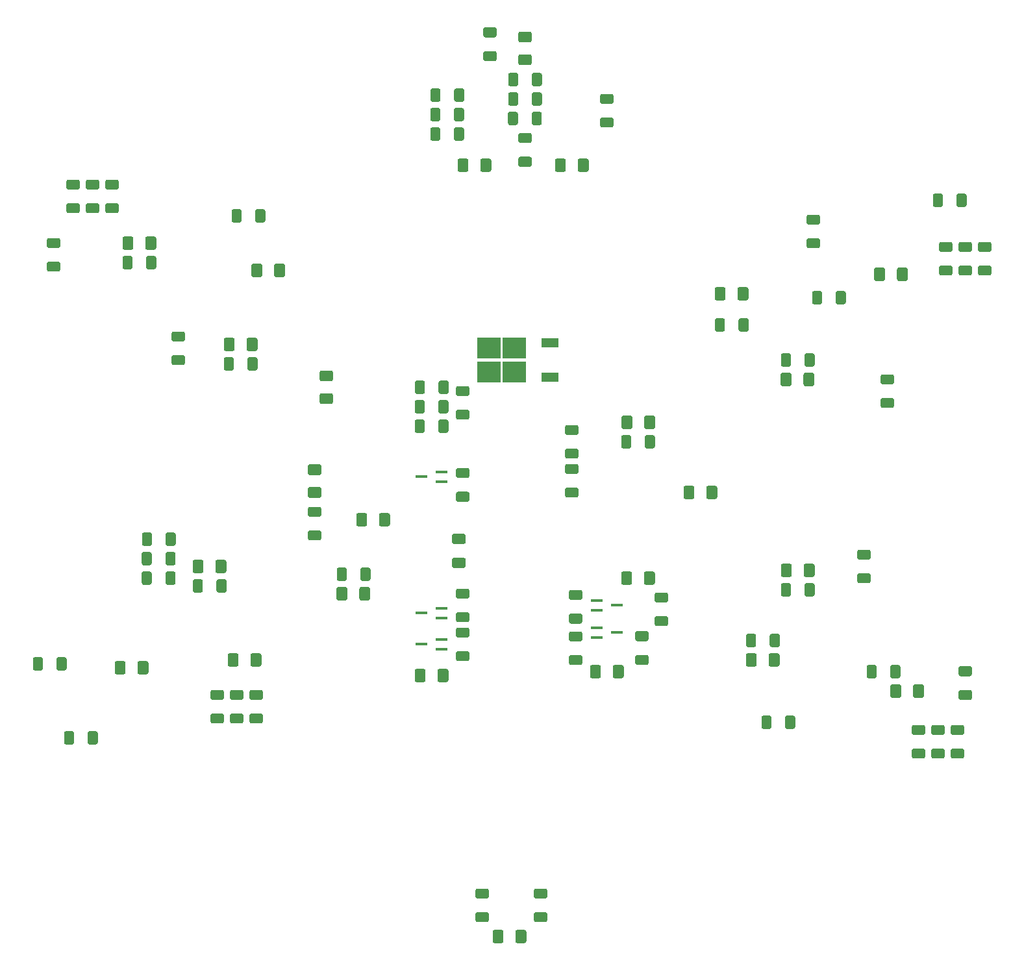
<source format=gbr>
%TF.GenerationSoftware,KiCad,Pcbnew,(5.1.9)-1*%
%TF.CreationDate,2021-12-13T22:42:43-05:00*%
%TF.ProjectId,Ornament,4f726e61-6d65-46e7-942e-6b696361645f,rev?*%
%TF.SameCoordinates,Original*%
%TF.FileFunction,Paste,Top*%
%TF.FilePolarity,Positive*%
%FSLAX46Y46*%
G04 Gerber Fmt 4.6, Leading zero omitted, Abs format (unit mm)*
G04 Created by KiCad (PCBNEW (5.1.9)-1) date 2021-12-13 22:42:43*
%MOMM*%
%LPD*%
G01*
G04 APERTURE LIST*
%ADD10R,1.500000X0.450000*%
%ADD11R,3.050000X2.750000*%
%ADD12R,2.200000X1.200000*%
G04 APERTURE END LIST*
D10*
%TO.C,Q3*%
X133410000Y-117998000D03*
X133410000Y-116698000D03*
X130750000Y-117348000D03*
%TD*%
%TO.C,R45*%
G36*
G01*
X145172000Y-50917000D02*
X145172000Y-49667000D01*
G75*
G02*
X145422000Y-49417000I250000J0D01*
G01*
X146222000Y-49417000D01*
G75*
G02*
X146472000Y-49667000I0J-250000D01*
G01*
X146472000Y-50917000D01*
G75*
G02*
X146222000Y-51167000I-250000J0D01*
G01*
X145422000Y-51167000D01*
G75*
G02*
X145172000Y-50917000I0J250000D01*
G01*
G37*
G36*
G01*
X142072000Y-50917000D02*
X142072000Y-49667000D01*
G75*
G02*
X142322000Y-49417000I250000J0D01*
G01*
X143122000Y-49417000D01*
G75*
G02*
X143372000Y-49667000I0J-250000D01*
G01*
X143372000Y-50917000D01*
G75*
G02*
X143122000Y-51167000I-250000J0D01*
G01*
X142322000Y-51167000D01*
G75*
G02*
X142072000Y-50917000I0J250000D01*
G01*
G37*
%TD*%
%TO.C,R68*%
G36*
G01*
X150251000Y-122820000D02*
X151501000Y-122820000D01*
G75*
G02*
X151751000Y-123070000I0J-250000D01*
G01*
X151751000Y-123870000D01*
G75*
G02*
X151501000Y-124120000I-250000J0D01*
G01*
X150251000Y-124120000D01*
G75*
G02*
X150001000Y-123870000I0J250000D01*
G01*
X150001000Y-123070000D01*
G75*
G02*
X150251000Y-122820000I250000J0D01*
G01*
G37*
G36*
G01*
X150251000Y-119720000D02*
X151501000Y-119720000D01*
G75*
G02*
X151751000Y-119970000I0J-250000D01*
G01*
X151751000Y-120770000D01*
G75*
G02*
X151501000Y-121020000I-250000J0D01*
G01*
X150251000Y-121020000D01*
G75*
G02*
X150001000Y-120770000I0J250000D01*
G01*
X150001000Y-119970000D01*
G75*
G02*
X150251000Y-119720000I250000J0D01*
G01*
G37*
%TD*%
%TO.C,R67*%
G36*
G01*
X136769000Y-120512000D02*
X135519000Y-120512000D01*
G75*
G02*
X135269000Y-120262000I0J250000D01*
G01*
X135269000Y-119462000D01*
G75*
G02*
X135519000Y-119212000I250000J0D01*
G01*
X136769000Y-119212000D01*
G75*
G02*
X137019000Y-119462000I0J-250000D01*
G01*
X137019000Y-120262000D01*
G75*
G02*
X136769000Y-120512000I-250000J0D01*
G01*
G37*
G36*
G01*
X136769000Y-123612000D02*
X135519000Y-123612000D01*
G75*
G02*
X135269000Y-123362000I0J250000D01*
G01*
X135269000Y-122562000D01*
G75*
G02*
X135519000Y-122312000I250000J0D01*
G01*
X136769000Y-122312000D01*
G75*
G02*
X137019000Y-122562000I0J-250000D01*
G01*
X137019000Y-123362000D01*
G75*
G02*
X136769000Y-123612000I-250000J0D01*
G01*
G37*
%TD*%
%TO.C,R66*%
G36*
G01*
X136769000Y-115432000D02*
X135519000Y-115432000D01*
G75*
G02*
X135269000Y-115182000I0J250000D01*
G01*
X135269000Y-114382000D01*
G75*
G02*
X135519000Y-114132000I250000J0D01*
G01*
X136769000Y-114132000D01*
G75*
G02*
X137019000Y-114382000I0J-250000D01*
G01*
X137019000Y-115182000D01*
G75*
G02*
X136769000Y-115432000I-250000J0D01*
G01*
G37*
G36*
G01*
X136769000Y-118532000D02*
X135519000Y-118532000D01*
G75*
G02*
X135269000Y-118282000I0J250000D01*
G01*
X135269000Y-117482000D01*
G75*
G02*
X135519000Y-117232000I250000J0D01*
G01*
X136769000Y-117232000D01*
G75*
G02*
X137019000Y-117482000I0J-250000D01*
G01*
X137019000Y-118282000D01*
G75*
G02*
X136769000Y-118532000I-250000J0D01*
G01*
G37*
%TD*%
%TO.C,R65*%
G36*
G01*
X150251000Y-117408000D02*
X151501000Y-117408000D01*
G75*
G02*
X151751000Y-117658000I0J-250000D01*
G01*
X151751000Y-118458000D01*
G75*
G02*
X151501000Y-118708000I-250000J0D01*
G01*
X150251000Y-118708000D01*
G75*
G02*
X150001000Y-118458000I0J250000D01*
G01*
X150001000Y-117658000D01*
G75*
G02*
X150251000Y-117408000I250000J0D01*
G01*
G37*
G36*
G01*
X150251000Y-114308000D02*
X151501000Y-114308000D01*
G75*
G02*
X151751000Y-114558000I0J-250000D01*
G01*
X151751000Y-115358000D01*
G75*
G02*
X151501000Y-115608000I-250000J0D01*
G01*
X150251000Y-115608000D01*
G75*
G02*
X150001000Y-115358000I0J250000D01*
G01*
X150001000Y-114558000D01*
G75*
G02*
X150251000Y-114308000I250000J0D01*
G01*
G37*
%TD*%
%TO.C,R64*%
G36*
G01*
X136769000Y-99710000D02*
X135519000Y-99710000D01*
G75*
G02*
X135269000Y-99460000I0J250000D01*
G01*
X135269000Y-98660000D01*
G75*
G02*
X135519000Y-98410000I250000J0D01*
G01*
X136769000Y-98410000D01*
G75*
G02*
X137019000Y-98660000I0J-250000D01*
G01*
X137019000Y-99460000D01*
G75*
G02*
X136769000Y-99710000I-250000J0D01*
G01*
G37*
G36*
G01*
X136769000Y-102810000D02*
X135519000Y-102810000D01*
G75*
G02*
X135269000Y-102560000I0J250000D01*
G01*
X135269000Y-101760000D01*
G75*
G02*
X135519000Y-101510000I250000J0D01*
G01*
X136769000Y-101510000D01*
G75*
G02*
X137019000Y-101760000I0J-250000D01*
G01*
X137019000Y-102560000D01*
G75*
G02*
X136769000Y-102810000I-250000J0D01*
G01*
G37*
%TD*%
D11*
%TO.C,U2*%
X142899000Y-82803000D03*
X139549000Y-85853000D03*
X142899000Y-85853000D03*
X139549000Y-82803000D03*
D12*
X147524000Y-82048000D03*
X147524000Y-86608000D03*
%TD*%
%TO.C,R63*%
G36*
G01*
X131206000Y-87259000D02*
X131206000Y-88509000D01*
G75*
G02*
X130956000Y-88759000I-250000J0D01*
G01*
X130156000Y-88759000D01*
G75*
G02*
X129906000Y-88509000I0J250000D01*
G01*
X129906000Y-87259000D01*
G75*
G02*
X130156000Y-87009000I250000J0D01*
G01*
X130956000Y-87009000D01*
G75*
G02*
X131206000Y-87259000I0J-250000D01*
G01*
G37*
G36*
G01*
X134306000Y-87259000D02*
X134306000Y-88509000D01*
G75*
G02*
X134056000Y-88759000I-250000J0D01*
G01*
X133256000Y-88759000D01*
G75*
G02*
X133006000Y-88509000I0J250000D01*
G01*
X133006000Y-87259000D01*
G75*
G02*
X133256000Y-87009000I250000J0D01*
G01*
X134056000Y-87009000D01*
G75*
G02*
X134306000Y-87259000I0J-250000D01*
G01*
G37*
%TD*%
%TO.C,R62*%
G36*
G01*
X131180000Y-89799000D02*
X131180000Y-91049000D01*
G75*
G02*
X130930000Y-91299000I-250000J0D01*
G01*
X130130000Y-91299000D01*
G75*
G02*
X129880000Y-91049000I0J250000D01*
G01*
X129880000Y-89799000D01*
G75*
G02*
X130130000Y-89549000I250000J0D01*
G01*
X130930000Y-89549000D01*
G75*
G02*
X131180000Y-89799000I0J-250000D01*
G01*
G37*
G36*
G01*
X134280000Y-89799000D02*
X134280000Y-91049000D01*
G75*
G02*
X134030000Y-91299000I-250000J0D01*
G01*
X133230000Y-91299000D01*
G75*
G02*
X132980000Y-91049000I0J250000D01*
G01*
X132980000Y-89799000D01*
G75*
G02*
X133230000Y-89549000I250000J0D01*
G01*
X134030000Y-89549000D01*
G75*
G02*
X134280000Y-89799000I0J-250000D01*
G01*
G37*
%TD*%
%TO.C,R61*%
G36*
G01*
X131180000Y-92339000D02*
X131180000Y-93589000D01*
G75*
G02*
X130930000Y-93839000I-250000J0D01*
G01*
X130130000Y-93839000D01*
G75*
G02*
X129880000Y-93589000I0J250000D01*
G01*
X129880000Y-92339000D01*
G75*
G02*
X130130000Y-92089000I250000J0D01*
G01*
X130930000Y-92089000D01*
G75*
G02*
X131180000Y-92339000I0J-250000D01*
G01*
G37*
G36*
G01*
X134280000Y-92339000D02*
X134280000Y-93589000D01*
G75*
G02*
X134030000Y-93839000I-250000J0D01*
G01*
X133230000Y-93839000D01*
G75*
G02*
X132980000Y-93589000I0J250000D01*
G01*
X132980000Y-92339000D01*
G75*
G02*
X133230000Y-92089000I250000J0D01*
G01*
X134030000Y-92089000D01*
G75*
G02*
X134280000Y-92339000I0J-250000D01*
G01*
G37*
%TD*%
%TO.C,R60*%
G36*
G01*
X94880000Y-72253000D02*
X94880000Y-71003000D01*
G75*
G02*
X95130000Y-70753000I250000J0D01*
G01*
X95930000Y-70753000D01*
G75*
G02*
X96180000Y-71003000I0J-250000D01*
G01*
X96180000Y-72253000D01*
G75*
G02*
X95930000Y-72503000I-250000J0D01*
G01*
X95130000Y-72503000D01*
G75*
G02*
X94880000Y-72253000I0J250000D01*
G01*
G37*
G36*
G01*
X91780000Y-72253000D02*
X91780000Y-71003000D01*
G75*
G02*
X92030000Y-70753000I250000J0D01*
G01*
X92830000Y-70753000D01*
G75*
G02*
X93080000Y-71003000I0J-250000D01*
G01*
X93080000Y-72253000D01*
G75*
G02*
X92830000Y-72503000I-250000J0D01*
G01*
X92030000Y-72503000D01*
G75*
G02*
X91780000Y-72253000I0J250000D01*
G01*
G37*
%TD*%
%TO.C,R59*%
G36*
G01*
X139309000Y-154548000D02*
X138059000Y-154548000D01*
G75*
G02*
X137809000Y-154298000I0J250000D01*
G01*
X137809000Y-153498000D01*
G75*
G02*
X138059000Y-153248000I250000J0D01*
G01*
X139309000Y-153248000D01*
G75*
G02*
X139559000Y-153498000I0J-250000D01*
G01*
X139559000Y-154298000D01*
G75*
G02*
X139309000Y-154548000I-250000J0D01*
G01*
G37*
G36*
G01*
X139309000Y-157648000D02*
X138059000Y-157648000D01*
G75*
G02*
X137809000Y-157398000I0J250000D01*
G01*
X137809000Y-156598000D01*
G75*
G02*
X138059000Y-156348000I250000J0D01*
G01*
X139309000Y-156348000D01*
G75*
G02*
X139559000Y-156598000I0J-250000D01*
G01*
X139559000Y-157398000D01*
G75*
G02*
X139309000Y-157648000I-250000J0D01*
G01*
G37*
%TD*%
%TO.C,R55*%
G36*
G01*
X180732000Y-114925000D02*
X180732000Y-113675000D01*
G75*
G02*
X180982000Y-113425000I250000J0D01*
G01*
X181782000Y-113425000D01*
G75*
G02*
X182032000Y-113675000I0J-250000D01*
G01*
X182032000Y-114925000D01*
G75*
G02*
X181782000Y-115175000I-250000J0D01*
G01*
X180982000Y-115175000D01*
G75*
G02*
X180732000Y-114925000I0J250000D01*
G01*
G37*
G36*
G01*
X177632000Y-114925000D02*
X177632000Y-113675000D01*
G75*
G02*
X177882000Y-113425000I250000J0D01*
G01*
X178682000Y-113425000D01*
G75*
G02*
X178932000Y-113675000I0J-250000D01*
G01*
X178932000Y-114925000D01*
G75*
G02*
X178682000Y-115175000I-250000J0D01*
G01*
X177882000Y-115175000D01*
G75*
G02*
X177632000Y-114925000I0J250000D01*
G01*
G37*
%TD*%
%TO.C,R54*%
G36*
G01*
X178192000Y-132197000D02*
X178192000Y-130947000D01*
G75*
G02*
X178442000Y-130697000I250000J0D01*
G01*
X179242000Y-130697000D01*
G75*
G02*
X179492000Y-130947000I0J-250000D01*
G01*
X179492000Y-132197000D01*
G75*
G02*
X179242000Y-132447000I-250000J0D01*
G01*
X178442000Y-132447000D01*
G75*
G02*
X178192000Y-132197000I0J250000D01*
G01*
G37*
G36*
G01*
X175092000Y-132197000D02*
X175092000Y-130947000D01*
G75*
G02*
X175342000Y-130697000I250000J0D01*
G01*
X176142000Y-130697000D01*
G75*
G02*
X176392000Y-130947000I0J-250000D01*
G01*
X176392000Y-132197000D01*
G75*
G02*
X176142000Y-132447000I-250000J0D01*
G01*
X175342000Y-132447000D01*
G75*
G02*
X175092000Y-132197000I0J250000D01*
G01*
G37*
%TD*%
%TO.C,R53*%
G36*
G01*
X182996000Y-75575000D02*
X182996000Y-76825000D01*
G75*
G02*
X182746000Y-77075000I-250000J0D01*
G01*
X181946000Y-77075000D01*
G75*
G02*
X181696000Y-76825000I0J250000D01*
G01*
X181696000Y-75575000D01*
G75*
G02*
X181946000Y-75325000I250000J0D01*
G01*
X182746000Y-75325000D01*
G75*
G02*
X182996000Y-75575000I0J-250000D01*
G01*
G37*
G36*
G01*
X186096000Y-75575000D02*
X186096000Y-76825000D01*
G75*
G02*
X185846000Y-77075000I-250000J0D01*
G01*
X185046000Y-77075000D01*
G75*
G02*
X184796000Y-76825000I0J250000D01*
G01*
X184796000Y-75575000D01*
G75*
G02*
X185046000Y-75325000I250000J0D01*
G01*
X185846000Y-75325000D01*
G75*
G02*
X186096000Y-75575000I0J-250000D01*
G01*
G37*
%TD*%
%TO.C,R52*%
G36*
G01*
X139075000Y-44054000D02*
X140325000Y-44054000D01*
G75*
G02*
X140575000Y-44304000I0J-250000D01*
G01*
X140575000Y-45104000D01*
G75*
G02*
X140325000Y-45354000I-250000J0D01*
G01*
X139075000Y-45354000D01*
G75*
G02*
X138825000Y-45104000I0J250000D01*
G01*
X138825000Y-44304000D01*
G75*
G02*
X139075000Y-44054000I250000J0D01*
G01*
G37*
G36*
G01*
X139075000Y-40954000D02*
X140325000Y-40954000D01*
G75*
G02*
X140575000Y-41204000I0J-250000D01*
G01*
X140575000Y-42004000D01*
G75*
G02*
X140325000Y-42254000I-250000J0D01*
G01*
X139075000Y-42254000D01*
G75*
G02*
X138825000Y-42004000I0J250000D01*
G01*
X138825000Y-41204000D01*
G75*
G02*
X139075000Y-40954000I250000J0D01*
G01*
G37*
%TD*%
%TO.C,R51*%
G36*
G01*
X196205000Y-133212000D02*
X194955000Y-133212000D01*
G75*
G02*
X194705000Y-132962000I0J250000D01*
G01*
X194705000Y-132162000D01*
G75*
G02*
X194955000Y-131912000I250000J0D01*
G01*
X196205000Y-131912000D01*
G75*
G02*
X196455000Y-132162000I0J-250000D01*
G01*
X196455000Y-132962000D01*
G75*
G02*
X196205000Y-133212000I-250000J0D01*
G01*
G37*
G36*
G01*
X196205000Y-136312000D02*
X194955000Y-136312000D01*
G75*
G02*
X194705000Y-136062000I0J250000D01*
G01*
X194705000Y-135262000D01*
G75*
G02*
X194955000Y-135012000I250000J0D01*
G01*
X196205000Y-135012000D01*
G75*
G02*
X196455000Y-135262000I0J-250000D01*
G01*
X196455000Y-136062000D01*
G75*
G02*
X196205000Y-136312000I-250000J0D01*
G01*
G37*
%TD*%
%TO.C,R50*%
G36*
G01*
X198745000Y-133212000D02*
X197495000Y-133212000D01*
G75*
G02*
X197245000Y-132962000I0J250000D01*
G01*
X197245000Y-132162000D01*
G75*
G02*
X197495000Y-131912000I250000J0D01*
G01*
X198745000Y-131912000D01*
G75*
G02*
X198995000Y-132162000I0J-250000D01*
G01*
X198995000Y-132962000D01*
G75*
G02*
X198745000Y-133212000I-250000J0D01*
G01*
G37*
G36*
G01*
X198745000Y-136312000D02*
X197495000Y-136312000D01*
G75*
G02*
X197245000Y-136062000I0J250000D01*
G01*
X197245000Y-135262000D01*
G75*
G02*
X197495000Y-135012000I250000J0D01*
G01*
X198745000Y-135012000D01*
G75*
G02*
X198995000Y-135262000I0J-250000D01*
G01*
X198995000Y-136062000D01*
G75*
G02*
X198745000Y-136312000I-250000J0D01*
G01*
G37*
%TD*%
%TO.C,R49*%
G36*
G01*
X201285000Y-133212000D02*
X200035000Y-133212000D01*
G75*
G02*
X199785000Y-132962000I0J250000D01*
G01*
X199785000Y-132162000D01*
G75*
G02*
X200035000Y-131912000I250000J0D01*
G01*
X201285000Y-131912000D01*
G75*
G02*
X201535000Y-132162000I0J-250000D01*
G01*
X201535000Y-132962000D01*
G75*
G02*
X201285000Y-133212000I-250000J0D01*
G01*
G37*
G36*
G01*
X201285000Y-136312000D02*
X200035000Y-136312000D01*
G75*
G02*
X199785000Y-136062000I0J250000D01*
G01*
X199785000Y-135262000D01*
G75*
G02*
X200035000Y-135012000I250000J0D01*
G01*
X201285000Y-135012000D01*
G75*
G02*
X201535000Y-135262000I0J-250000D01*
G01*
X201535000Y-136062000D01*
G75*
G02*
X201285000Y-136312000I-250000J0D01*
G01*
G37*
%TD*%
%TO.C,R48*%
G36*
G01*
X172122000Y-80381000D02*
X172122000Y-79131000D01*
G75*
G02*
X172372000Y-78881000I250000J0D01*
G01*
X173172000Y-78881000D01*
G75*
G02*
X173422000Y-79131000I0J-250000D01*
G01*
X173422000Y-80381000D01*
G75*
G02*
X173172000Y-80631000I-250000J0D01*
G01*
X172372000Y-80631000D01*
G75*
G02*
X172122000Y-80381000I0J250000D01*
G01*
G37*
G36*
G01*
X169022000Y-80381000D02*
X169022000Y-79131000D01*
G75*
G02*
X169272000Y-78881000I250000J0D01*
G01*
X170072000Y-78881000D01*
G75*
G02*
X170322000Y-79131000I0J-250000D01*
G01*
X170322000Y-80381000D01*
G75*
G02*
X170072000Y-80631000I-250000J0D01*
G01*
X169272000Y-80631000D01*
G75*
G02*
X169022000Y-80381000I0J250000D01*
G01*
G37*
%TD*%
%TO.C,R47*%
G36*
G01*
X198744000Y-62875000D02*
X198744000Y-64125000D01*
G75*
G02*
X198494000Y-64375000I-250000J0D01*
G01*
X197694000Y-64375000D01*
G75*
G02*
X197444000Y-64125000I0J250000D01*
G01*
X197444000Y-62875000D01*
G75*
G02*
X197694000Y-62625000I250000J0D01*
G01*
X198494000Y-62625000D01*
G75*
G02*
X198744000Y-62875000I0J-250000D01*
G01*
G37*
G36*
G01*
X201844000Y-62875000D02*
X201844000Y-64125000D01*
G75*
G02*
X201594000Y-64375000I-250000J0D01*
G01*
X200794000Y-64375000D01*
G75*
G02*
X200544000Y-64125000I0J250000D01*
G01*
X200544000Y-62875000D01*
G75*
G02*
X200794000Y-62625000I250000J0D01*
G01*
X201594000Y-62625000D01*
G75*
G02*
X201844000Y-62875000I0J-250000D01*
G01*
G37*
%TD*%
%TO.C,R46*%
G36*
G01*
X145172000Y-48377000D02*
X145172000Y-47127000D01*
G75*
G02*
X145422000Y-46877000I250000J0D01*
G01*
X146222000Y-46877000D01*
G75*
G02*
X146472000Y-47127000I0J-250000D01*
G01*
X146472000Y-48377000D01*
G75*
G02*
X146222000Y-48627000I-250000J0D01*
G01*
X145422000Y-48627000D01*
G75*
G02*
X145172000Y-48377000I0J250000D01*
G01*
G37*
G36*
G01*
X142072000Y-48377000D02*
X142072000Y-47127000D01*
G75*
G02*
X142322000Y-46877000I250000J0D01*
G01*
X143122000Y-46877000D01*
G75*
G02*
X143372000Y-47127000I0J-250000D01*
G01*
X143372000Y-48377000D01*
G75*
G02*
X143122000Y-48627000I-250000J0D01*
G01*
X142322000Y-48627000D01*
G75*
G02*
X142072000Y-48377000I0J250000D01*
G01*
G37*
%TD*%
%TO.C,R44*%
G36*
G01*
X145146000Y-53457000D02*
X145146000Y-52207000D01*
G75*
G02*
X145396000Y-51957000I250000J0D01*
G01*
X146196000Y-51957000D01*
G75*
G02*
X146446000Y-52207000I0J-250000D01*
G01*
X146446000Y-53457000D01*
G75*
G02*
X146196000Y-53707000I-250000J0D01*
G01*
X145396000Y-53707000D01*
G75*
G02*
X145146000Y-53457000I0J250000D01*
G01*
G37*
G36*
G01*
X142046000Y-53457000D02*
X142046000Y-52207000D01*
G75*
G02*
X142296000Y-51957000I250000J0D01*
G01*
X143096000Y-51957000D01*
G75*
G02*
X143346000Y-52207000I0J-250000D01*
G01*
X143346000Y-53457000D01*
G75*
G02*
X143096000Y-53707000I-250000J0D01*
G01*
X142296000Y-53707000D01*
G75*
G02*
X142046000Y-53457000I0J250000D01*
G01*
G37*
%TD*%
%TO.C,R43*%
G36*
G01*
X108088000Y-85461000D02*
X108088000Y-84211000D01*
G75*
G02*
X108338000Y-83961000I250000J0D01*
G01*
X109138000Y-83961000D01*
G75*
G02*
X109388000Y-84211000I0J-250000D01*
G01*
X109388000Y-85461000D01*
G75*
G02*
X109138000Y-85711000I-250000J0D01*
G01*
X108338000Y-85711000D01*
G75*
G02*
X108088000Y-85461000I0J250000D01*
G01*
G37*
G36*
G01*
X104988000Y-85461000D02*
X104988000Y-84211000D01*
G75*
G02*
X105238000Y-83961000I250000J0D01*
G01*
X106038000Y-83961000D01*
G75*
G02*
X106288000Y-84211000I0J-250000D01*
G01*
X106288000Y-85461000D01*
G75*
G02*
X106038000Y-85711000I-250000J0D01*
G01*
X105238000Y-85711000D01*
G75*
G02*
X104988000Y-85461000I0J250000D01*
G01*
G37*
%TD*%
%TO.C,R42*%
G36*
G01*
X83429000Y-69712000D02*
X82179000Y-69712000D01*
G75*
G02*
X81929000Y-69462000I0J250000D01*
G01*
X81929000Y-68662000D01*
G75*
G02*
X82179000Y-68412000I250000J0D01*
G01*
X83429000Y-68412000D01*
G75*
G02*
X83679000Y-68662000I0J-250000D01*
G01*
X83679000Y-69462000D01*
G75*
G02*
X83429000Y-69712000I-250000J0D01*
G01*
G37*
G36*
G01*
X83429000Y-72812000D02*
X82179000Y-72812000D01*
G75*
G02*
X81929000Y-72562000I0J250000D01*
G01*
X81929000Y-71762000D01*
G75*
G02*
X82179000Y-71512000I250000J0D01*
G01*
X83429000Y-71512000D01*
G75*
G02*
X83679000Y-71762000I0J-250000D01*
G01*
X83679000Y-72562000D01*
G75*
G02*
X83429000Y-72812000I-250000J0D01*
G01*
G37*
%TD*%
%TO.C,R41*%
G36*
G01*
X104050000Y-114417000D02*
X104050000Y-113167000D01*
G75*
G02*
X104300000Y-112917000I250000J0D01*
G01*
X105100000Y-112917000D01*
G75*
G02*
X105350000Y-113167000I0J-250000D01*
G01*
X105350000Y-114417000D01*
G75*
G02*
X105100000Y-114667000I-250000J0D01*
G01*
X104300000Y-114667000D01*
G75*
G02*
X104050000Y-114417000I0J250000D01*
G01*
G37*
G36*
G01*
X100950000Y-114417000D02*
X100950000Y-113167000D01*
G75*
G02*
X101200000Y-112917000I250000J0D01*
G01*
X102000000Y-112917000D01*
G75*
G02*
X102250000Y-113167000I0J-250000D01*
G01*
X102250000Y-114417000D01*
G75*
G02*
X102000000Y-114667000I-250000J0D01*
G01*
X101200000Y-114667000D01*
G75*
G02*
X100950000Y-114417000I0J250000D01*
G01*
G37*
%TD*%
%TO.C,R40*%
G36*
G01*
X87260000Y-134229000D02*
X87260000Y-132979000D01*
G75*
G02*
X87510000Y-132729000I250000J0D01*
G01*
X88310000Y-132729000D01*
G75*
G02*
X88560000Y-132979000I0J-250000D01*
G01*
X88560000Y-134229000D01*
G75*
G02*
X88310000Y-134479000I-250000J0D01*
G01*
X87510000Y-134479000D01*
G75*
G02*
X87260000Y-134229000I0J250000D01*
G01*
G37*
G36*
G01*
X84160000Y-134229000D02*
X84160000Y-132979000D01*
G75*
G02*
X84410000Y-132729000I250000J0D01*
G01*
X85210000Y-132729000D01*
G75*
G02*
X85460000Y-132979000I0J-250000D01*
G01*
X85460000Y-134229000D01*
G75*
G02*
X85210000Y-134479000I-250000J0D01*
G01*
X84410000Y-134479000D01*
G75*
G02*
X84160000Y-134229000I0J250000D01*
G01*
G37*
%TD*%
%TO.C,R39*%
G36*
G01*
X85969000Y-62092000D02*
X84719000Y-62092000D01*
G75*
G02*
X84469000Y-61842000I0J250000D01*
G01*
X84469000Y-61042000D01*
G75*
G02*
X84719000Y-60792000I250000J0D01*
G01*
X85969000Y-60792000D01*
G75*
G02*
X86219000Y-61042000I0J-250000D01*
G01*
X86219000Y-61842000D01*
G75*
G02*
X85969000Y-62092000I-250000J0D01*
G01*
G37*
G36*
G01*
X85969000Y-65192000D02*
X84719000Y-65192000D01*
G75*
G02*
X84469000Y-64942000I0J250000D01*
G01*
X84469000Y-64142000D01*
G75*
G02*
X84719000Y-63892000I250000J0D01*
G01*
X85969000Y-63892000D01*
G75*
G02*
X86219000Y-64142000I0J-250000D01*
G01*
X86219000Y-64942000D01*
G75*
G02*
X85969000Y-65192000I-250000J0D01*
G01*
G37*
%TD*%
%TO.C,R38*%
G36*
G01*
X88509000Y-62092000D02*
X87259000Y-62092000D01*
G75*
G02*
X87009000Y-61842000I0J250000D01*
G01*
X87009000Y-61042000D01*
G75*
G02*
X87259000Y-60792000I250000J0D01*
G01*
X88509000Y-60792000D01*
G75*
G02*
X88759000Y-61042000I0J-250000D01*
G01*
X88759000Y-61842000D01*
G75*
G02*
X88509000Y-62092000I-250000J0D01*
G01*
G37*
G36*
G01*
X88509000Y-65192000D02*
X87259000Y-65192000D01*
G75*
G02*
X87009000Y-64942000I0J250000D01*
G01*
X87009000Y-64142000D01*
G75*
G02*
X87259000Y-63892000I250000J0D01*
G01*
X88509000Y-63892000D01*
G75*
G02*
X88759000Y-64142000I0J-250000D01*
G01*
X88759000Y-64942000D01*
G75*
G02*
X88509000Y-65192000I-250000J0D01*
G01*
G37*
%TD*%
%TO.C,R37*%
G36*
G01*
X91049000Y-62092000D02*
X89799000Y-62092000D01*
G75*
G02*
X89549000Y-61842000I0J250000D01*
G01*
X89549000Y-61042000D01*
G75*
G02*
X89799000Y-60792000I250000J0D01*
G01*
X91049000Y-60792000D01*
G75*
G02*
X91299000Y-61042000I0J-250000D01*
G01*
X91299000Y-61842000D01*
G75*
G02*
X91049000Y-62092000I-250000J0D01*
G01*
G37*
G36*
G01*
X91049000Y-65192000D02*
X89799000Y-65192000D01*
G75*
G02*
X89549000Y-64942000I0J250000D01*
G01*
X89549000Y-64142000D01*
G75*
G02*
X89799000Y-63892000I250000J0D01*
G01*
X91049000Y-63892000D01*
G75*
G02*
X91299000Y-64142000I0J-250000D01*
G01*
X91299000Y-64942000D01*
G75*
G02*
X91049000Y-65192000I-250000J0D01*
G01*
G37*
%TD*%
%TO.C,R36*%
G36*
G01*
X143647000Y-57822000D02*
X144897000Y-57822000D01*
G75*
G02*
X145147000Y-58072000I0J-250000D01*
G01*
X145147000Y-58872000D01*
G75*
G02*
X144897000Y-59122000I-250000J0D01*
G01*
X143647000Y-59122000D01*
G75*
G02*
X143397000Y-58872000I0J250000D01*
G01*
X143397000Y-58072000D01*
G75*
G02*
X143647000Y-57822000I250000J0D01*
G01*
G37*
G36*
G01*
X143647000Y-54722000D02*
X144897000Y-54722000D01*
G75*
G02*
X145147000Y-54972000I0J-250000D01*
G01*
X145147000Y-55772000D01*
G75*
G02*
X144897000Y-56022000I-250000J0D01*
G01*
X143647000Y-56022000D01*
G75*
G02*
X143397000Y-55772000I0J250000D01*
G01*
X143397000Y-54972000D01*
G75*
G02*
X143647000Y-54722000I250000J0D01*
G01*
G37*
%TD*%
%TO.C,R35*%
G36*
G01*
X83196000Y-124577000D02*
X83196000Y-123327000D01*
G75*
G02*
X83446000Y-123077000I250000J0D01*
G01*
X84246000Y-123077000D01*
G75*
G02*
X84496000Y-123327000I0J-250000D01*
G01*
X84496000Y-124577000D01*
G75*
G02*
X84246000Y-124827000I-250000J0D01*
G01*
X83446000Y-124827000D01*
G75*
G02*
X83196000Y-124577000I0J250000D01*
G01*
G37*
G36*
G01*
X80096000Y-124577000D02*
X80096000Y-123327000D01*
G75*
G02*
X80346000Y-123077000I250000J0D01*
G01*
X81146000Y-123077000D01*
G75*
G02*
X81396000Y-123327000I0J-250000D01*
G01*
X81396000Y-124577000D01*
G75*
G02*
X81146000Y-124827000I-250000J0D01*
G01*
X80346000Y-124827000D01*
G75*
G02*
X80096000Y-124577000I0J250000D01*
G01*
G37*
%TD*%
%TO.C,R31*%
G36*
G01*
X176186000Y-121529000D02*
X176186000Y-120279000D01*
G75*
G02*
X176436000Y-120029000I250000J0D01*
G01*
X177236000Y-120029000D01*
G75*
G02*
X177486000Y-120279000I0J-250000D01*
G01*
X177486000Y-121529000D01*
G75*
G02*
X177236000Y-121779000I-250000J0D01*
G01*
X176436000Y-121779000D01*
G75*
G02*
X176186000Y-121529000I0J250000D01*
G01*
G37*
G36*
G01*
X173086000Y-121529000D02*
X173086000Y-120279000D01*
G75*
G02*
X173336000Y-120029000I250000J0D01*
G01*
X174136000Y-120029000D01*
G75*
G02*
X174386000Y-120279000I0J-250000D01*
G01*
X174386000Y-121529000D01*
G75*
G02*
X174136000Y-121779000I-250000J0D01*
G01*
X173336000Y-121779000D01*
G75*
G02*
X173086000Y-121529000I0J250000D01*
G01*
G37*
%TD*%
%TO.C,R30*%
G36*
G01*
X201051000Y-127366000D02*
X202301000Y-127366000D01*
G75*
G02*
X202551000Y-127616000I0J-250000D01*
G01*
X202551000Y-128416000D01*
G75*
G02*
X202301000Y-128666000I-250000J0D01*
G01*
X201051000Y-128666000D01*
G75*
G02*
X200801000Y-128416000I0J250000D01*
G01*
X200801000Y-127616000D01*
G75*
G02*
X201051000Y-127366000I250000J0D01*
G01*
G37*
G36*
G01*
X201051000Y-124266000D02*
X202301000Y-124266000D01*
G75*
G02*
X202551000Y-124516000I0J-250000D01*
G01*
X202551000Y-125316000D01*
G75*
G02*
X202301000Y-125566000I-250000J0D01*
G01*
X201051000Y-125566000D01*
G75*
G02*
X200801000Y-125316000I0J250000D01*
G01*
X200801000Y-124516000D01*
G75*
G02*
X201051000Y-124266000I250000J0D01*
G01*
G37*
%TD*%
%TO.C,R29*%
G36*
G01*
X180732000Y-84953000D02*
X180732000Y-83703000D01*
G75*
G02*
X180982000Y-83453000I250000J0D01*
G01*
X181782000Y-83453000D01*
G75*
G02*
X182032000Y-83703000I0J-250000D01*
G01*
X182032000Y-84953000D01*
G75*
G02*
X181782000Y-85203000I-250000J0D01*
G01*
X180982000Y-85203000D01*
G75*
G02*
X180732000Y-84953000I0J250000D01*
G01*
G37*
G36*
G01*
X177632000Y-84953000D02*
X177632000Y-83703000D01*
G75*
G02*
X177882000Y-83453000I250000J0D01*
G01*
X178682000Y-83453000D01*
G75*
G02*
X178932000Y-83703000I0J-250000D01*
G01*
X178932000Y-84953000D01*
G75*
G02*
X178682000Y-85203000I-250000J0D01*
G01*
X177882000Y-85203000D01*
G75*
G02*
X177632000Y-84953000I0J250000D01*
G01*
G37*
%TD*%
%TO.C,R28*%
G36*
G01*
X192141000Y-87492000D02*
X190891000Y-87492000D01*
G75*
G02*
X190641000Y-87242000I0J250000D01*
G01*
X190641000Y-86442000D01*
G75*
G02*
X190891000Y-86192000I250000J0D01*
G01*
X192141000Y-86192000D01*
G75*
G02*
X192391000Y-86442000I0J-250000D01*
G01*
X192391000Y-87242000D01*
G75*
G02*
X192141000Y-87492000I-250000J0D01*
G01*
G37*
G36*
G01*
X192141000Y-90592000D02*
X190891000Y-90592000D01*
G75*
G02*
X190641000Y-90342000I0J250000D01*
G01*
X190641000Y-89542000D01*
G75*
G02*
X190891000Y-89292000I250000J0D01*
G01*
X192141000Y-89292000D01*
G75*
G02*
X192391000Y-89542000I0J-250000D01*
G01*
X192391000Y-90342000D01*
G75*
G02*
X192141000Y-90592000I-250000J0D01*
G01*
G37*
%TD*%
%TO.C,R27*%
G36*
G01*
X199761000Y-70220000D02*
X198511000Y-70220000D01*
G75*
G02*
X198261000Y-69970000I0J250000D01*
G01*
X198261000Y-69170000D01*
G75*
G02*
X198511000Y-68920000I250000J0D01*
G01*
X199761000Y-68920000D01*
G75*
G02*
X200011000Y-69170000I0J-250000D01*
G01*
X200011000Y-69970000D01*
G75*
G02*
X199761000Y-70220000I-250000J0D01*
G01*
G37*
G36*
G01*
X199761000Y-73320000D02*
X198511000Y-73320000D01*
G75*
G02*
X198261000Y-73070000I0J250000D01*
G01*
X198261000Y-72270000D01*
G75*
G02*
X198511000Y-72020000I250000J0D01*
G01*
X199761000Y-72020000D01*
G75*
G02*
X200011000Y-72270000I0J-250000D01*
G01*
X200011000Y-73070000D01*
G75*
G02*
X199761000Y-73320000I-250000J0D01*
G01*
G37*
%TD*%
%TO.C,R26*%
G36*
G01*
X202301000Y-70220000D02*
X201051000Y-70220000D01*
G75*
G02*
X200801000Y-69970000I0J250000D01*
G01*
X200801000Y-69170000D01*
G75*
G02*
X201051000Y-68920000I250000J0D01*
G01*
X202301000Y-68920000D01*
G75*
G02*
X202551000Y-69170000I0J-250000D01*
G01*
X202551000Y-69970000D01*
G75*
G02*
X202301000Y-70220000I-250000J0D01*
G01*
G37*
G36*
G01*
X202301000Y-73320000D02*
X201051000Y-73320000D01*
G75*
G02*
X200801000Y-73070000I0J250000D01*
G01*
X200801000Y-72270000D01*
G75*
G02*
X201051000Y-72020000I250000J0D01*
G01*
X202301000Y-72020000D01*
G75*
G02*
X202551000Y-72270000I0J-250000D01*
G01*
X202551000Y-73070000D01*
G75*
G02*
X202301000Y-73320000I-250000J0D01*
G01*
G37*
%TD*%
%TO.C,R25*%
G36*
G01*
X135519000Y-90816000D02*
X136769000Y-90816000D01*
G75*
G02*
X137019000Y-91066000I0J-250000D01*
G01*
X137019000Y-91866000D01*
G75*
G02*
X136769000Y-92116000I-250000J0D01*
G01*
X135519000Y-92116000D01*
G75*
G02*
X135269000Y-91866000I0J250000D01*
G01*
X135269000Y-91066000D01*
G75*
G02*
X135519000Y-90816000I250000J0D01*
G01*
G37*
G36*
G01*
X135519000Y-87716000D02*
X136769000Y-87716000D01*
G75*
G02*
X137019000Y-87966000I0J-250000D01*
G01*
X137019000Y-88766000D01*
G75*
G02*
X136769000Y-89016000I-250000J0D01*
G01*
X135519000Y-89016000D01*
G75*
G02*
X135269000Y-88766000I0J250000D01*
G01*
X135269000Y-87966000D01*
G75*
G02*
X135519000Y-87716000I250000J0D01*
G01*
G37*
%TD*%
%TO.C,R24*%
G36*
G01*
X204841000Y-70220000D02*
X203591000Y-70220000D01*
G75*
G02*
X203341000Y-69970000I0J250000D01*
G01*
X203341000Y-69170000D01*
G75*
G02*
X203591000Y-68920000I250000J0D01*
G01*
X204841000Y-68920000D01*
G75*
G02*
X205091000Y-69170000I0J-250000D01*
G01*
X205091000Y-69970000D01*
G75*
G02*
X204841000Y-70220000I-250000J0D01*
G01*
G37*
G36*
G01*
X204841000Y-73320000D02*
X203591000Y-73320000D01*
G75*
G02*
X203341000Y-73070000I0J250000D01*
G01*
X203341000Y-72270000D01*
G75*
G02*
X203591000Y-72020000I250000J0D01*
G01*
X204841000Y-72020000D01*
G75*
G02*
X205091000Y-72270000I0J-250000D01*
G01*
X205091000Y-73070000D01*
G75*
G02*
X204841000Y-73320000I-250000J0D01*
G01*
G37*
%TD*%
%TO.C,R23*%
G36*
G01*
X190108000Y-124343000D02*
X190108000Y-125593000D01*
G75*
G02*
X189858000Y-125843000I-250000J0D01*
G01*
X189058000Y-125843000D01*
G75*
G02*
X188808000Y-125593000I0J250000D01*
G01*
X188808000Y-124343000D01*
G75*
G02*
X189058000Y-124093000I250000J0D01*
G01*
X189858000Y-124093000D01*
G75*
G02*
X190108000Y-124343000I0J-250000D01*
G01*
G37*
G36*
G01*
X193208000Y-124343000D02*
X193208000Y-125593000D01*
G75*
G02*
X192958000Y-125843000I-250000J0D01*
G01*
X192158000Y-125843000D01*
G75*
G02*
X191908000Y-125593000I0J250000D01*
G01*
X191908000Y-124343000D01*
G75*
G02*
X192158000Y-124093000I250000J0D01*
G01*
X192958000Y-124093000D01*
G75*
G02*
X193208000Y-124343000I0J-250000D01*
G01*
G37*
%TD*%
%TO.C,R22*%
G36*
G01*
X146929000Y-154548000D02*
X145679000Y-154548000D01*
G75*
G02*
X145429000Y-154298000I0J250000D01*
G01*
X145429000Y-153498000D01*
G75*
G02*
X145679000Y-153248000I250000J0D01*
G01*
X146929000Y-153248000D01*
G75*
G02*
X147179000Y-153498000I0J-250000D01*
G01*
X147179000Y-154298000D01*
G75*
G02*
X146929000Y-154548000I-250000J0D01*
G01*
G37*
G36*
G01*
X146929000Y-157648000D02*
X145679000Y-157648000D01*
G75*
G02*
X145429000Y-157398000I0J250000D01*
G01*
X145429000Y-156598000D01*
G75*
G02*
X145679000Y-156348000I250000J0D01*
G01*
X146929000Y-156348000D01*
G75*
G02*
X147179000Y-156598000I0J-250000D01*
G01*
X147179000Y-157398000D01*
G75*
G02*
X146929000Y-157648000I-250000J0D01*
G01*
G37*
%TD*%
%TO.C,R21*%
G36*
G01*
X95594000Y-112151000D02*
X95594000Y-113401000D01*
G75*
G02*
X95344000Y-113651000I-250000J0D01*
G01*
X94544000Y-113651000D01*
G75*
G02*
X94294000Y-113401000I0J250000D01*
G01*
X94294000Y-112151000D01*
G75*
G02*
X94544000Y-111901000I250000J0D01*
G01*
X95344000Y-111901000D01*
G75*
G02*
X95594000Y-112151000I0J-250000D01*
G01*
G37*
G36*
G01*
X98694000Y-112151000D02*
X98694000Y-113401000D01*
G75*
G02*
X98444000Y-113651000I-250000J0D01*
G01*
X97644000Y-113651000D01*
G75*
G02*
X97394000Y-113401000I0J250000D01*
G01*
X97394000Y-112151000D01*
G75*
G02*
X97644000Y-111901000I250000J0D01*
G01*
X98444000Y-111901000D01*
G75*
G02*
X98694000Y-112151000I0J-250000D01*
G01*
G37*
%TD*%
%TO.C,R20*%
G36*
G01*
X95594000Y-109611000D02*
X95594000Y-110861000D01*
G75*
G02*
X95344000Y-111111000I-250000J0D01*
G01*
X94544000Y-111111000D01*
G75*
G02*
X94294000Y-110861000I0J250000D01*
G01*
X94294000Y-109611000D01*
G75*
G02*
X94544000Y-109361000I250000J0D01*
G01*
X95344000Y-109361000D01*
G75*
G02*
X95594000Y-109611000I0J-250000D01*
G01*
G37*
G36*
G01*
X98694000Y-109611000D02*
X98694000Y-110861000D01*
G75*
G02*
X98444000Y-111111000I-250000J0D01*
G01*
X97644000Y-111111000D01*
G75*
G02*
X97394000Y-110861000I0J250000D01*
G01*
X97394000Y-109611000D01*
G75*
G02*
X97644000Y-109361000I250000J0D01*
G01*
X98444000Y-109361000D01*
G75*
G02*
X98694000Y-109611000I0J-250000D01*
G01*
G37*
%TD*%
%TO.C,R19*%
G36*
G01*
X95620000Y-107071000D02*
X95620000Y-108321000D01*
G75*
G02*
X95370000Y-108571000I-250000J0D01*
G01*
X94570000Y-108571000D01*
G75*
G02*
X94320000Y-108321000I0J250000D01*
G01*
X94320000Y-107071000D01*
G75*
G02*
X94570000Y-106821000I250000J0D01*
G01*
X95370000Y-106821000D01*
G75*
G02*
X95620000Y-107071000I0J-250000D01*
G01*
G37*
G36*
G01*
X98720000Y-107071000D02*
X98720000Y-108321000D01*
G75*
G02*
X98470000Y-108571000I-250000J0D01*
G01*
X97670000Y-108571000D01*
G75*
G02*
X97420000Y-108321000I0J250000D01*
G01*
X97420000Y-107071000D01*
G75*
G02*
X97670000Y-106821000I250000J0D01*
G01*
X98470000Y-106821000D01*
G75*
G02*
X98720000Y-107071000I0J-250000D01*
G01*
G37*
%TD*%
%TO.C,R18*%
G36*
G01*
X121020000Y-111643000D02*
X121020000Y-112893000D01*
G75*
G02*
X120770000Y-113143000I-250000J0D01*
G01*
X119970000Y-113143000D01*
G75*
G02*
X119720000Y-112893000I0J250000D01*
G01*
X119720000Y-111643000D01*
G75*
G02*
X119970000Y-111393000I250000J0D01*
G01*
X120770000Y-111393000D01*
G75*
G02*
X121020000Y-111643000I0J-250000D01*
G01*
G37*
G36*
G01*
X124120000Y-111643000D02*
X124120000Y-112893000D01*
G75*
G02*
X123870000Y-113143000I-250000J0D01*
G01*
X123070000Y-113143000D01*
G75*
G02*
X122820000Y-112893000I0J250000D01*
G01*
X122820000Y-111643000D01*
G75*
G02*
X123070000Y-111393000I250000J0D01*
G01*
X123870000Y-111393000D01*
G75*
G02*
X124120000Y-111643000I0J-250000D01*
G01*
G37*
%TD*%
%TO.C,R17*%
G36*
G01*
X109104000Y-66157000D02*
X109104000Y-64907000D01*
G75*
G02*
X109354000Y-64657000I250000J0D01*
G01*
X110154000Y-64657000D01*
G75*
G02*
X110404000Y-64907000I0J-250000D01*
G01*
X110404000Y-66157000D01*
G75*
G02*
X110154000Y-66407000I-250000J0D01*
G01*
X109354000Y-66407000D01*
G75*
G02*
X109104000Y-66157000I0J250000D01*
G01*
G37*
G36*
G01*
X106004000Y-66157000D02*
X106004000Y-64907000D01*
G75*
G02*
X106254000Y-64657000I250000J0D01*
G01*
X107054000Y-64657000D01*
G75*
G02*
X107304000Y-64907000I0J-250000D01*
G01*
X107304000Y-66157000D01*
G75*
G02*
X107054000Y-66407000I-250000J0D01*
G01*
X106254000Y-66407000D01*
G75*
G02*
X106004000Y-66157000I0J250000D01*
G01*
G37*
%TD*%
%TO.C,R16*%
G36*
G01*
X116215000Y-106564000D02*
X117465000Y-106564000D01*
G75*
G02*
X117715000Y-106814000I0J-250000D01*
G01*
X117715000Y-107614000D01*
G75*
G02*
X117465000Y-107864000I-250000J0D01*
G01*
X116215000Y-107864000D01*
G75*
G02*
X115965000Y-107614000I0J250000D01*
G01*
X115965000Y-106814000D01*
G75*
G02*
X116215000Y-106564000I250000J0D01*
G01*
G37*
G36*
G01*
X116215000Y-103464000D02*
X117465000Y-103464000D01*
G75*
G02*
X117715000Y-103714000I0J-250000D01*
G01*
X117715000Y-104514000D01*
G75*
G02*
X117465000Y-104764000I-250000J0D01*
G01*
X116215000Y-104764000D01*
G75*
G02*
X115965000Y-104514000I0J250000D01*
G01*
X115965000Y-103714000D01*
G75*
G02*
X116215000Y-103464000I250000J0D01*
G01*
G37*
%TD*%
%TO.C,R15*%
G36*
G01*
X154315000Y-52716000D02*
X155565000Y-52716000D01*
G75*
G02*
X155815000Y-52966000I0J-250000D01*
G01*
X155815000Y-53766000D01*
G75*
G02*
X155565000Y-54016000I-250000J0D01*
G01*
X154315000Y-54016000D01*
G75*
G02*
X154065000Y-53766000I0J250000D01*
G01*
X154065000Y-52966000D01*
G75*
G02*
X154315000Y-52716000I250000J0D01*
G01*
G37*
G36*
G01*
X154315000Y-49616000D02*
X155565000Y-49616000D01*
G75*
G02*
X155815000Y-49866000I0J-250000D01*
G01*
X155815000Y-50666000D01*
G75*
G02*
X155565000Y-50916000I-250000J0D01*
G01*
X154315000Y-50916000D01*
G75*
G02*
X154065000Y-50666000I0J250000D01*
G01*
X154065000Y-49866000D01*
G75*
G02*
X154315000Y-49616000I250000J0D01*
G01*
G37*
%TD*%
%TO.C,R14*%
G36*
G01*
X135038000Y-50409000D02*
X135038000Y-49159000D01*
G75*
G02*
X135288000Y-48909000I250000J0D01*
G01*
X136088000Y-48909000D01*
G75*
G02*
X136338000Y-49159000I0J-250000D01*
G01*
X136338000Y-50409000D01*
G75*
G02*
X136088000Y-50659000I-250000J0D01*
G01*
X135288000Y-50659000D01*
G75*
G02*
X135038000Y-50409000I0J250000D01*
G01*
G37*
G36*
G01*
X131938000Y-50409000D02*
X131938000Y-49159000D01*
G75*
G02*
X132188000Y-48909000I250000J0D01*
G01*
X132988000Y-48909000D01*
G75*
G02*
X133238000Y-49159000I0J-250000D01*
G01*
X133238000Y-50409000D01*
G75*
G02*
X132988000Y-50659000I-250000J0D01*
G01*
X132188000Y-50659000D01*
G75*
G02*
X131938000Y-50409000I0J250000D01*
G01*
G37*
%TD*%
%TO.C,R13*%
G36*
G01*
X135012000Y-52949000D02*
X135012000Y-51699000D01*
G75*
G02*
X135262000Y-51449000I250000J0D01*
G01*
X136062000Y-51449000D01*
G75*
G02*
X136312000Y-51699000I0J-250000D01*
G01*
X136312000Y-52949000D01*
G75*
G02*
X136062000Y-53199000I-250000J0D01*
G01*
X135262000Y-53199000D01*
G75*
G02*
X135012000Y-52949000I0J250000D01*
G01*
G37*
G36*
G01*
X131912000Y-52949000D02*
X131912000Y-51699000D01*
G75*
G02*
X132162000Y-51449000I250000J0D01*
G01*
X132962000Y-51449000D01*
G75*
G02*
X133212000Y-51699000I0J-250000D01*
G01*
X133212000Y-52949000D01*
G75*
G02*
X132962000Y-53199000I-250000J0D01*
G01*
X132162000Y-53199000D01*
G75*
G02*
X131912000Y-52949000I0J250000D01*
G01*
G37*
%TD*%
%TO.C,R12*%
G36*
G01*
X135012000Y-55489000D02*
X135012000Y-54239000D01*
G75*
G02*
X135262000Y-53989000I250000J0D01*
G01*
X136062000Y-53989000D01*
G75*
G02*
X136312000Y-54239000I0J-250000D01*
G01*
X136312000Y-55489000D01*
G75*
G02*
X136062000Y-55739000I-250000J0D01*
G01*
X135262000Y-55739000D01*
G75*
G02*
X135012000Y-55489000I0J250000D01*
G01*
G37*
G36*
G01*
X131912000Y-55489000D02*
X131912000Y-54239000D01*
G75*
G02*
X132162000Y-53989000I250000J0D01*
G01*
X132962000Y-53989000D01*
G75*
G02*
X133212000Y-54239000I0J-250000D01*
G01*
X133212000Y-55489000D01*
G75*
G02*
X132962000Y-55739000I-250000J0D01*
G01*
X132162000Y-55739000D01*
G75*
G02*
X131912000Y-55489000I0J250000D01*
G01*
G37*
%TD*%
%TO.C,R11*%
G36*
G01*
X161427000Y-117740000D02*
X162677000Y-117740000D01*
G75*
G02*
X162927000Y-117990000I0J-250000D01*
G01*
X162927000Y-118790000D01*
G75*
G02*
X162677000Y-119040000I-250000J0D01*
G01*
X161427000Y-119040000D01*
G75*
G02*
X161177000Y-118790000I0J250000D01*
G01*
X161177000Y-117990000D01*
G75*
G02*
X161427000Y-117740000I250000J0D01*
G01*
G37*
G36*
G01*
X161427000Y-114640000D02*
X162677000Y-114640000D01*
G75*
G02*
X162927000Y-114890000I0J-250000D01*
G01*
X162927000Y-115690000D01*
G75*
G02*
X162677000Y-115940000I-250000J0D01*
G01*
X161427000Y-115940000D01*
G75*
G02*
X161177000Y-115690000I0J250000D01*
G01*
X161177000Y-114890000D01*
G75*
G02*
X161427000Y-114640000I250000J0D01*
G01*
G37*
%TD*%
%TO.C,R10*%
G36*
G01*
X99685000Y-81904000D02*
X98435000Y-81904000D01*
G75*
G02*
X98185000Y-81654000I0J250000D01*
G01*
X98185000Y-80854000D01*
G75*
G02*
X98435000Y-80604000I250000J0D01*
G01*
X99685000Y-80604000D01*
G75*
G02*
X99935000Y-80854000I0J-250000D01*
G01*
X99935000Y-81654000D01*
G75*
G02*
X99685000Y-81904000I-250000J0D01*
G01*
G37*
G36*
G01*
X99685000Y-85004000D02*
X98435000Y-85004000D01*
G75*
G02*
X98185000Y-84754000I0J250000D01*
G01*
X98185000Y-83954000D01*
G75*
G02*
X98435000Y-83704000I250000J0D01*
G01*
X99685000Y-83704000D01*
G75*
G02*
X99935000Y-83954000I0J-250000D01*
G01*
X99935000Y-84754000D01*
G75*
G02*
X99685000Y-85004000I-250000J0D01*
G01*
G37*
%TD*%
%TO.C,R9*%
G36*
G01*
X108595000Y-130440000D02*
X109845000Y-130440000D01*
G75*
G02*
X110095000Y-130690000I0J-250000D01*
G01*
X110095000Y-131490000D01*
G75*
G02*
X109845000Y-131740000I-250000J0D01*
G01*
X108595000Y-131740000D01*
G75*
G02*
X108345000Y-131490000I0J250000D01*
G01*
X108345000Y-130690000D01*
G75*
G02*
X108595000Y-130440000I250000J0D01*
G01*
G37*
G36*
G01*
X108595000Y-127340000D02*
X109845000Y-127340000D01*
G75*
G02*
X110095000Y-127590000I0J-250000D01*
G01*
X110095000Y-128390000D01*
G75*
G02*
X109845000Y-128640000I-250000J0D01*
G01*
X108595000Y-128640000D01*
G75*
G02*
X108345000Y-128390000I0J250000D01*
G01*
X108345000Y-127590000D01*
G75*
G02*
X108595000Y-127340000I250000J0D01*
G01*
G37*
%TD*%
%TO.C,R8*%
G36*
G01*
X106055000Y-130440000D02*
X107305000Y-130440000D01*
G75*
G02*
X107555000Y-130690000I0J-250000D01*
G01*
X107555000Y-131490000D01*
G75*
G02*
X107305000Y-131740000I-250000J0D01*
G01*
X106055000Y-131740000D01*
G75*
G02*
X105805000Y-131490000I0J250000D01*
G01*
X105805000Y-130690000D01*
G75*
G02*
X106055000Y-130440000I250000J0D01*
G01*
G37*
G36*
G01*
X106055000Y-127340000D02*
X107305000Y-127340000D01*
G75*
G02*
X107555000Y-127590000I0J-250000D01*
G01*
X107555000Y-128390000D01*
G75*
G02*
X107305000Y-128640000I-250000J0D01*
G01*
X106055000Y-128640000D01*
G75*
G02*
X105805000Y-128390000I0J250000D01*
G01*
X105805000Y-127590000D01*
G75*
G02*
X106055000Y-127340000I250000J0D01*
G01*
G37*
%TD*%
%TO.C,R7*%
G36*
G01*
X103515000Y-130440000D02*
X104765000Y-130440000D01*
G75*
G02*
X105015000Y-130690000I0J-250000D01*
G01*
X105015000Y-131490000D01*
G75*
G02*
X104765000Y-131740000I-250000J0D01*
G01*
X103515000Y-131740000D01*
G75*
G02*
X103265000Y-131490000I0J250000D01*
G01*
X103265000Y-130690000D01*
G75*
G02*
X103515000Y-130440000I250000J0D01*
G01*
G37*
G36*
G01*
X103515000Y-127340000D02*
X104765000Y-127340000D01*
G75*
G02*
X105015000Y-127590000I0J-250000D01*
G01*
X105015000Y-128390000D01*
G75*
G02*
X104765000Y-128640000I-250000J0D01*
G01*
X103515000Y-128640000D01*
G75*
G02*
X103265000Y-128390000I0J250000D01*
G01*
X103265000Y-127590000D01*
G75*
G02*
X103515000Y-127340000I250000J0D01*
G01*
G37*
%TD*%
%TO.C,R6*%
G36*
G01*
X160137000Y-120994000D02*
X158887000Y-120994000D01*
G75*
G02*
X158637000Y-120744000I0J250000D01*
G01*
X158637000Y-119944000D01*
G75*
G02*
X158887000Y-119694000I250000J0D01*
G01*
X160137000Y-119694000D01*
G75*
G02*
X160387000Y-119944000I0J-250000D01*
G01*
X160387000Y-120744000D01*
G75*
G02*
X160137000Y-120994000I-250000J0D01*
G01*
G37*
G36*
G01*
X160137000Y-124094000D02*
X158887000Y-124094000D01*
G75*
G02*
X158637000Y-123844000I0J250000D01*
G01*
X158637000Y-123044000D01*
G75*
G02*
X158887000Y-122794000I250000J0D01*
G01*
X160137000Y-122794000D01*
G75*
G02*
X160387000Y-123044000I0J-250000D01*
G01*
X160387000Y-123844000D01*
G75*
G02*
X160137000Y-124094000I-250000J0D01*
G01*
G37*
%TD*%
%TO.C,R5*%
G36*
G01*
X187843000Y-112152000D02*
X189093000Y-112152000D01*
G75*
G02*
X189343000Y-112402000I0J-250000D01*
G01*
X189343000Y-113202000D01*
G75*
G02*
X189093000Y-113452000I-250000J0D01*
G01*
X187843000Y-113452000D01*
G75*
G02*
X187593000Y-113202000I0J250000D01*
G01*
X187593000Y-112402000D01*
G75*
G02*
X187843000Y-112152000I250000J0D01*
G01*
G37*
G36*
G01*
X187843000Y-109052000D02*
X189093000Y-109052000D01*
G75*
G02*
X189343000Y-109302000I0J-250000D01*
G01*
X189343000Y-110102000D01*
G75*
G02*
X189093000Y-110352000I-250000J0D01*
G01*
X187843000Y-110352000D01*
G75*
G02*
X187593000Y-110102000I0J250000D01*
G01*
X187593000Y-109302000D01*
G75*
G02*
X187843000Y-109052000I250000J0D01*
G01*
G37*
%TD*%
%TO.C,R4*%
G36*
G01*
X158104000Y-94371000D02*
X158104000Y-95621000D01*
G75*
G02*
X157854000Y-95871000I-250000J0D01*
G01*
X157054000Y-95871000D01*
G75*
G02*
X156804000Y-95621000I0J250000D01*
G01*
X156804000Y-94371000D01*
G75*
G02*
X157054000Y-94121000I250000J0D01*
G01*
X157854000Y-94121000D01*
G75*
G02*
X158104000Y-94371000I0J-250000D01*
G01*
G37*
G36*
G01*
X161204000Y-94371000D02*
X161204000Y-95621000D01*
G75*
G02*
X160954000Y-95871000I-250000J0D01*
G01*
X160154000Y-95871000D01*
G75*
G02*
X159904000Y-95621000I0J250000D01*
G01*
X159904000Y-94371000D01*
G75*
G02*
X160154000Y-94121000I250000J0D01*
G01*
X160954000Y-94121000D01*
G75*
G02*
X161204000Y-94371000I0J-250000D01*
G01*
G37*
%TD*%
%TO.C,R3*%
G36*
G01*
X181239000Y-68464000D02*
X182489000Y-68464000D01*
G75*
G02*
X182739000Y-68714000I0J-250000D01*
G01*
X182739000Y-69514000D01*
G75*
G02*
X182489000Y-69764000I-250000J0D01*
G01*
X181239000Y-69764000D01*
G75*
G02*
X180989000Y-69514000I0J250000D01*
G01*
X180989000Y-68714000D01*
G75*
G02*
X181239000Y-68464000I250000J0D01*
G01*
G37*
G36*
G01*
X181239000Y-65364000D02*
X182489000Y-65364000D01*
G75*
G02*
X182739000Y-65614000I0J-250000D01*
G01*
X182739000Y-66414000D01*
G75*
G02*
X182489000Y-66664000I-250000J0D01*
G01*
X181239000Y-66664000D01*
G75*
G02*
X180989000Y-66414000I0J250000D01*
G01*
X180989000Y-65614000D01*
G75*
G02*
X181239000Y-65364000I250000J0D01*
G01*
G37*
%TD*%
%TO.C,R2*%
G36*
G01*
X149743000Y-100976000D02*
X150993000Y-100976000D01*
G75*
G02*
X151243000Y-101226000I0J-250000D01*
G01*
X151243000Y-102026000D01*
G75*
G02*
X150993000Y-102276000I-250000J0D01*
G01*
X149743000Y-102276000D01*
G75*
G02*
X149493000Y-102026000I0J250000D01*
G01*
X149493000Y-101226000D01*
G75*
G02*
X149743000Y-100976000I250000J0D01*
G01*
G37*
G36*
G01*
X149743000Y-97876000D02*
X150993000Y-97876000D01*
G75*
G02*
X151243000Y-98126000I0J-250000D01*
G01*
X151243000Y-98926000D01*
G75*
G02*
X150993000Y-99176000I-250000J0D01*
G01*
X149743000Y-99176000D01*
G75*
G02*
X149493000Y-98926000I0J250000D01*
G01*
X149493000Y-98126000D01*
G75*
G02*
X149743000Y-97876000I250000J0D01*
G01*
G37*
%TD*%
%TO.C,R1*%
G36*
G01*
X149743000Y-95896000D02*
X150993000Y-95896000D01*
G75*
G02*
X151243000Y-96146000I0J-250000D01*
G01*
X151243000Y-96946000D01*
G75*
G02*
X150993000Y-97196000I-250000J0D01*
G01*
X149743000Y-97196000D01*
G75*
G02*
X149493000Y-96946000I0J250000D01*
G01*
X149493000Y-96146000D01*
G75*
G02*
X149743000Y-95896000I250000J0D01*
G01*
G37*
G36*
G01*
X149743000Y-92796000D02*
X150993000Y-92796000D01*
G75*
G02*
X151243000Y-93046000I0J-250000D01*
G01*
X151243000Y-93846000D01*
G75*
G02*
X150993000Y-94096000I-250000J0D01*
G01*
X149743000Y-94096000D01*
G75*
G02*
X149493000Y-93846000I0J250000D01*
G01*
X149493000Y-93046000D01*
G75*
G02*
X149743000Y-92796000I250000J0D01*
G01*
G37*
%TD*%
D10*
%TO.C,Q5*%
X156270000Y-119888000D03*
X153610000Y-120538000D03*
X153610000Y-119238000D03*
%TD*%
%TO.C,Q4*%
X130750000Y-121412000D03*
X133410000Y-120762000D03*
X133410000Y-122062000D03*
%TD*%
%TO.C,Q2*%
X156270000Y-116332000D03*
X153610000Y-116982000D03*
X153610000Y-115682000D03*
%TD*%
%TO.C,Q1*%
X130750000Y-99568000D03*
X133410000Y-98918000D03*
X133410000Y-100218000D03*
%TD*%
%TO.C,D50*%
G36*
G01*
X151143000Y-59553000D02*
X151143000Y-58303000D01*
G75*
G02*
X151393000Y-58053000I250000J0D01*
G01*
X152318000Y-58053000D01*
G75*
G02*
X152568000Y-58303000I0J-250000D01*
G01*
X152568000Y-59553000D01*
G75*
G02*
X152318000Y-59803000I-250000J0D01*
G01*
X151393000Y-59803000D01*
G75*
G02*
X151143000Y-59553000I0J250000D01*
G01*
G37*
G36*
G01*
X148168000Y-59553000D02*
X148168000Y-58303000D01*
G75*
G02*
X148418000Y-58053000I250000J0D01*
G01*
X149343000Y-58053000D01*
G75*
G02*
X149593000Y-58303000I0J-250000D01*
G01*
X149593000Y-59553000D01*
G75*
G02*
X149343000Y-59803000I-250000J0D01*
G01*
X148418000Y-59803000D01*
G75*
G02*
X148168000Y-59553000I0J250000D01*
G01*
G37*
%TD*%
%TO.C,D49*%
G36*
G01*
X108471000Y-124069000D02*
X108471000Y-122819000D01*
G75*
G02*
X108721000Y-122569000I250000J0D01*
G01*
X109646000Y-122569000D01*
G75*
G02*
X109896000Y-122819000I0J-250000D01*
G01*
X109896000Y-124069000D01*
G75*
G02*
X109646000Y-124319000I-250000J0D01*
G01*
X108721000Y-124319000D01*
G75*
G02*
X108471000Y-124069000I0J250000D01*
G01*
G37*
G36*
G01*
X105496000Y-124069000D02*
X105496000Y-122819000D01*
G75*
G02*
X105746000Y-122569000I250000J0D01*
G01*
X106671000Y-122569000D01*
G75*
G02*
X106921000Y-122819000I0J-250000D01*
G01*
X106921000Y-124069000D01*
G75*
G02*
X106671000Y-124319000I-250000J0D01*
G01*
X105746000Y-124319000D01*
G75*
G02*
X105496000Y-124069000I0J250000D01*
G01*
G37*
%TD*%
%TO.C,D48*%
G36*
G01*
X94755000Y-69713000D02*
X94755000Y-68463000D01*
G75*
G02*
X95005000Y-68213000I250000J0D01*
G01*
X95930000Y-68213000D01*
G75*
G02*
X96180000Y-68463000I0J-250000D01*
G01*
X96180000Y-69713000D01*
G75*
G02*
X95930000Y-69963000I-250000J0D01*
G01*
X95005000Y-69963000D01*
G75*
G02*
X94755000Y-69713000I0J250000D01*
G01*
G37*
G36*
G01*
X91780000Y-69713000D02*
X91780000Y-68463000D01*
G75*
G02*
X92030000Y-68213000I250000J0D01*
G01*
X92955000Y-68213000D01*
G75*
G02*
X93205000Y-68463000I0J-250000D01*
G01*
X93205000Y-69713000D01*
G75*
G02*
X92955000Y-69963000I-250000J0D01*
G01*
X92030000Y-69963000D01*
G75*
G02*
X91780000Y-69713000I0J250000D01*
G01*
G37*
%TD*%
%TO.C,D47*%
G36*
G01*
X180607000Y-112385000D02*
X180607000Y-111135000D01*
G75*
G02*
X180857000Y-110885000I250000J0D01*
G01*
X181782000Y-110885000D01*
G75*
G02*
X182032000Y-111135000I0J-250000D01*
G01*
X182032000Y-112385000D01*
G75*
G02*
X181782000Y-112635000I-250000J0D01*
G01*
X180857000Y-112635000D01*
G75*
G02*
X180607000Y-112385000I0J250000D01*
G01*
G37*
G36*
G01*
X177632000Y-112385000D02*
X177632000Y-111135000D01*
G75*
G02*
X177882000Y-110885000I250000J0D01*
G01*
X178807000Y-110885000D01*
G75*
G02*
X179057000Y-111135000I0J-250000D01*
G01*
X179057000Y-112385000D01*
G75*
G02*
X178807000Y-112635000I-250000J0D01*
G01*
X177882000Y-112635000D01*
G75*
G02*
X177632000Y-112385000I0J250000D01*
G01*
G37*
%TD*%
%TO.C,D42*%
G36*
G01*
X192762500Y-73777000D02*
X192762500Y-72527000D01*
G75*
G02*
X193012500Y-72277000I250000J0D01*
G01*
X193937500Y-72277000D01*
G75*
G02*
X194187500Y-72527000I0J-250000D01*
G01*
X194187500Y-73777000D01*
G75*
G02*
X193937500Y-74027000I-250000J0D01*
G01*
X193012500Y-74027000D01*
G75*
G02*
X192762500Y-73777000I0J250000D01*
G01*
G37*
G36*
G01*
X189787500Y-73777000D02*
X189787500Y-72527000D01*
G75*
G02*
X190037500Y-72277000I250000J0D01*
G01*
X190962500Y-72277000D01*
G75*
G02*
X191212500Y-72527000I0J-250000D01*
G01*
X191212500Y-73777000D01*
G75*
G02*
X190962500Y-74027000I-250000J0D01*
G01*
X190037500Y-74027000D01*
G75*
G02*
X189787500Y-73777000I0J250000D01*
G01*
G37*
%TD*%
%TO.C,D40*%
G36*
G01*
X132855000Y-126101000D02*
X132855000Y-124851000D01*
G75*
G02*
X133105000Y-124601000I250000J0D01*
G01*
X134030000Y-124601000D01*
G75*
G02*
X134280000Y-124851000I0J-250000D01*
G01*
X134280000Y-126101000D01*
G75*
G02*
X134030000Y-126351000I-250000J0D01*
G01*
X133105000Y-126351000D01*
G75*
G02*
X132855000Y-126101000I0J250000D01*
G01*
G37*
G36*
G01*
X129880000Y-126101000D02*
X129880000Y-124851000D01*
G75*
G02*
X130130000Y-124601000I250000J0D01*
G01*
X131055000Y-124601000D01*
G75*
G02*
X131305000Y-124851000I0J-250000D01*
G01*
X131305000Y-126101000D01*
G75*
G02*
X131055000Y-126351000I-250000J0D01*
G01*
X130130000Y-126351000D01*
G75*
G02*
X129880000Y-126101000I0J250000D01*
G01*
G37*
%TD*%
%TO.C,D39*%
G36*
G01*
X138443000Y-59553000D02*
X138443000Y-58303000D01*
G75*
G02*
X138693000Y-58053000I250000J0D01*
G01*
X139618000Y-58053000D01*
G75*
G02*
X139868000Y-58303000I0J-250000D01*
G01*
X139868000Y-59553000D01*
G75*
G02*
X139618000Y-59803000I-250000J0D01*
G01*
X138693000Y-59803000D01*
G75*
G02*
X138443000Y-59553000I0J250000D01*
G01*
G37*
G36*
G01*
X135468000Y-59553000D02*
X135468000Y-58303000D01*
G75*
G02*
X135718000Y-58053000I250000J0D01*
G01*
X136643000Y-58053000D01*
G75*
G02*
X136893000Y-58303000I0J-250000D01*
G01*
X136893000Y-59553000D01*
G75*
G02*
X136643000Y-59803000I-250000J0D01*
G01*
X135718000Y-59803000D01*
G75*
G02*
X135468000Y-59553000I0J250000D01*
G01*
G37*
%TD*%
%TO.C,D38*%
G36*
G01*
X171971000Y-76317000D02*
X171971000Y-75067000D01*
G75*
G02*
X172221000Y-74817000I250000J0D01*
G01*
X173146000Y-74817000D01*
G75*
G02*
X173396000Y-75067000I0J-250000D01*
G01*
X173396000Y-76317000D01*
G75*
G02*
X173146000Y-76567000I-250000J0D01*
G01*
X172221000Y-76567000D01*
G75*
G02*
X171971000Y-76317000I0J250000D01*
G01*
G37*
G36*
G01*
X168996000Y-76317000D02*
X168996000Y-75067000D01*
G75*
G02*
X169246000Y-74817000I250000J0D01*
G01*
X170171000Y-74817000D01*
G75*
G02*
X170421000Y-75067000I0J-250000D01*
G01*
X170421000Y-76317000D01*
G75*
G02*
X170171000Y-76567000I-250000J0D01*
G01*
X169246000Y-76567000D01*
G75*
G02*
X168996000Y-76317000I0J250000D01*
G01*
G37*
%TD*%
%TO.C,D37*%
G36*
G01*
X107963000Y-82921000D02*
X107963000Y-81671000D01*
G75*
G02*
X108213000Y-81421000I250000J0D01*
G01*
X109138000Y-81421000D01*
G75*
G02*
X109388000Y-81671000I0J-250000D01*
G01*
X109388000Y-82921000D01*
G75*
G02*
X109138000Y-83171000I-250000J0D01*
G01*
X108213000Y-83171000D01*
G75*
G02*
X107963000Y-82921000I0J250000D01*
G01*
G37*
G36*
G01*
X104988000Y-82921000D02*
X104988000Y-81671000D01*
G75*
G02*
X105238000Y-81421000I250000J0D01*
G01*
X106163000Y-81421000D01*
G75*
G02*
X106413000Y-81671000I0J-250000D01*
G01*
X106413000Y-82921000D01*
G75*
G02*
X106163000Y-83171000I-250000J0D01*
G01*
X105238000Y-83171000D01*
G75*
G02*
X104988000Y-82921000I0J250000D01*
G01*
G37*
%TD*%
%TO.C,D32*%
G36*
G01*
X103899000Y-111877000D02*
X103899000Y-110627000D01*
G75*
G02*
X104149000Y-110377000I250000J0D01*
G01*
X105074000Y-110377000D01*
G75*
G02*
X105324000Y-110627000I0J-250000D01*
G01*
X105324000Y-111877000D01*
G75*
G02*
X105074000Y-112127000I-250000J0D01*
G01*
X104149000Y-112127000D01*
G75*
G02*
X103899000Y-111877000I0J250000D01*
G01*
G37*
G36*
G01*
X100924000Y-111877000D02*
X100924000Y-110627000D01*
G75*
G02*
X101174000Y-110377000I250000J0D01*
G01*
X102099000Y-110377000D01*
G75*
G02*
X102349000Y-110627000I0J-250000D01*
G01*
X102349000Y-111877000D01*
G75*
G02*
X102099000Y-112127000I-250000J0D01*
G01*
X101174000Y-112127000D01*
G75*
G02*
X100924000Y-111877000I0J250000D01*
G01*
G37*
%TD*%
%TO.C,D30*%
G36*
G01*
X118989000Y-87109000D02*
X117739000Y-87109000D01*
G75*
G02*
X117489000Y-86859000I0J250000D01*
G01*
X117489000Y-85934000D01*
G75*
G02*
X117739000Y-85684000I250000J0D01*
G01*
X118989000Y-85684000D01*
G75*
G02*
X119239000Y-85934000I0J-250000D01*
G01*
X119239000Y-86859000D01*
G75*
G02*
X118989000Y-87109000I-250000J0D01*
G01*
G37*
G36*
G01*
X118989000Y-90084000D02*
X117739000Y-90084000D01*
G75*
G02*
X117489000Y-89834000I0J250000D01*
G01*
X117489000Y-88909000D01*
G75*
G02*
X117739000Y-88659000I250000J0D01*
G01*
X118989000Y-88659000D01*
G75*
G02*
X119239000Y-88909000I0J-250000D01*
G01*
X119239000Y-89834000D01*
G75*
G02*
X118989000Y-90084000I-250000J0D01*
G01*
G37*
%TD*%
%TO.C,D29*%
G36*
G01*
X141465000Y-158887000D02*
X141465000Y-160137000D01*
G75*
G02*
X141215000Y-160387000I-250000J0D01*
G01*
X140290000Y-160387000D01*
G75*
G02*
X140040000Y-160137000I0J250000D01*
G01*
X140040000Y-158887000D01*
G75*
G02*
X140290000Y-158637000I250000J0D01*
G01*
X141215000Y-158637000D01*
G75*
G02*
X141465000Y-158887000I0J-250000D01*
G01*
G37*
G36*
G01*
X144440000Y-158887000D02*
X144440000Y-160137000D01*
G75*
G02*
X144190000Y-160387000I-250000J0D01*
G01*
X143265000Y-160387000D01*
G75*
G02*
X143015000Y-160137000I0J250000D01*
G01*
X143015000Y-158887000D01*
G75*
G02*
X143265000Y-158637000I250000J0D01*
G01*
X144190000Y-158637000D01*
G75*
G02*
X144440000Y-158887000I0J-250000D01*
G01*
G37*
%TD*%
%TO.C,D28*%
G36*
G01*
X144897000Y-42913000D02*
X143647000Y-42913000D01*
G75*
G02*
X143397000Y-42663000I0J250000D01*
G01*
X143397000Y-41738000D01*
G75*
G02*
X143647000Y-41488000I250000J0D01*
G01*
X144897000Y-41488000D01*
G75*
G02*
X145147000Y-41738000I0J-250000D01*
G01*
X145147000Y-42663000D01*
G75*
G02*
X144897000Y-42913000I-250000J0D01*
G01*
G37*
G36*
G01*
X144897000Y-45888000D02*
X143647000Y-45888000D01*
G75*
G02*
X143397000Y-45638000I0J250000D01*
G01*
X143397000Y-44713000D01*
G75*
G02*
X143647000Y-44463000I250000J0D01*
G01*
X144897000Y-44463000D01*
G75*
G02*
X145147000Y-44713000I0J-250000D01*
G01*
X145147000Y-45638000D01*
G75*
G02*
X144897000Y-45888000I-250000J0D01*
G01*
G37*
%TD*%
%TO.C,D27*%
G36*
G01*
X176035000Y-124069000D02*
X176035000Y-122819000D01*
G75*
G02*
X176285000Y-122569000I250000J0D01*
G01*
X177210000Y-122569000D01*
G75*
G02*
X177460000Y-122819000I0J-250000D01*
G01*
X177460000Y-124069000D01*
G75*
G02*
X177210000Y-124319000I-250000J0D01*
G01*
X176285000Y-124319000D01*
G75*
G02*
X176035000Y-124069000I0J250000D01*
G01*
G37*
G36*
G01*
X173060000Y-124069000D02*
X173060000Y-122819000D01*
G75*
G02*
X173310000Y-122569000I250000J0D01*
G01*
X174235000Y-122569000D01*
G75*
G02*
X174485000Y-122819000I0J-250000D01*
G01*
X174485000Y-124069000D01*
G75*
G02*
X174235000Y-124319000I-250000J0D01*
G01*
X173310000Y-124319000D01*
G75*
G02*
X173060000Y-124069000I0J250000D01*
G01*
G37*
%TD*%
%TO.C,D22*%
G36*
G01*
X180570500Y-87493000D02*
X180570500Y-86243000D01*
G75*
G02*
X180820500Y-85993000I250000J0D01*
G01*
X181745500Y-85993000D01*
G75*
G02*
X181995500Y-86243000I0J-250000D01*
G01*
X181995500Y-87493000D01*
G75*
G02*
X181745500Y-87743000I-250000J0D01*
G01*
X180820500Y-87743000D01*
G75*
G02*
X180570500Y-87493000I0J250000D01*
G01*
G37*
G36*
G01*
X177595500Y-87493000D02*
X177595500Y-86243000D01*
G75*
G02*
X177845500Y-85993000I250000J0D01*
G01*
X178770500Y-85993000D01*
G75*
G02*
X179020500Y-86243000I0J-250000D01*
G01*
X179020500Y-87493000D01*
G75*
G02*
X178770500Y-87743000I-250000J0D01*
G01*
X177845500Y-87743000D01*
G75*
G02*
X177595500Y-87493000I0J250000D01*
G01*
G37*
%TD*%
%TO.C,D20*%
G36*
G01*
X167907000Y-102225000D02*
X167907000Y-100975000D01*
G75*
G02*
X168157000Y-100725000I250000J0D01*
G01*
X169082000Y-100725000D01*
G75*
G02*
X169332000Y-100975000I0J-250000D01*
G01*
X169332000Y-102225000D01*
G75*
G02*
X169082000Y-102475000I-250000J0D01*
G01*
X168157000Y-102475000D01*
G75*
G02*
X167907000Y-102225000I0J250000D01*
G01*
G37*
G36*
G01*
X164932000Y-102225000D02*
X164932000Y-100975000D01*
G75*
G02*
X165182000Y-100725000I250000J0D01*
G01*
X166107000Y-100725000D01*
G75*
G02*
X166357000Y-100975000I0J-250000D01*
G01*
X166357000Y-102225000D01*
G75*
G02*
X166107000Y-102475000I-250000J0D01*
G01*
X165182000Y-102475000D01*
G75*
G02*
X164932000Y-102225000I0J250000D01*
G01*
G37*
%TD*%
%TO.C,D19*%
G36*
G01*
X92189000Y-123835000D02*
X92189000Y-125085000D01*
G75*
G02*
X91939000Y-125335000I-250000J0D01*
G01*
X91014000Y-125335000D01*
G75*
G02*
X90764000Y-125085000I0J250000D01*
G01*
X90764000Y-123835000D01*
G75*
G02*
X91014000Y-123585000I250000J0D01*
G01*
X91939000Y-123585000D01*
G75*
G02*
X92189000Y-123835000I0J-250000D01*
G01*
G37*
G36*
G01*
X95164000Y-123835000D02*
X95164000Y-125085000D01*
G75*
G02*
X94914000Y-125335000I-250000J0D01*
G01*
X93989000Y-125335000D01*
G75*
G02*
X93739000Y-125085000I0J250000D01*
G01*
X93739000Y-123835000D01*
G75*
G02*
X93989000Y-123585000I250000J0D01*
G01*
X94914000Y-123585000D01*
G75*
G02*
X95164000Y-123835000I0J-250000D01*
G01*
G37*
%TD*%
%TO.C,D18*%
G36*
G01*
X194867500Y-128133000D02*
X194867500Y-126883000D01*
G75*
G02*
X195117500Y-126633000I250000J0D01*
G01*
X196042500Y-126633000D01*
G75*
G02*
X196292500Y-126883000I0J-250000D01*
G01*
X196292500Y-128133000D01*
G75*
G02*
X196042500Y-128383000I-250000J0D01*
G01*
X195117500Y-128383000D01*
G75*
G02*
X194867500Y-128133000I0J250000D01*
G01*
G37*
G36*
G01*
X191892500Y-128133000D02*
X191892500Y-126883000D01*
G75*
G02*
X192142500Y-126633000I250000J0D01*
G01*
X193067500Y-126633000D01*
G75*
G02*
X193317500Y-126883000I0J-250000D01*
G01*
X193317500Y-128133000D01*
G75*
G02*
X193067500Y-128383000I-250000J0D01*
G01*
X192142500Y-128383000D01*
G75*
G02*
X191892500Y-128133000I0J250000D01*
G01*
G37*
%TD*%
%TO.C,D17*%
G36*
G01*
X121108500Y-114183000D02*
X121108500Y-115433000D01*
G75*
G02*
X120858500Y-115683000I-250000J0D01*
G01*
X119933500Y-115683000D01*
G75*
G02*
X119683500Y-115433000I0J250000D01*
G01*
X119683500Y-114183000D01*
G75*
G02*
X119933500Y-113933000I250000J0D01*
G01*
X120858500Y-113933000D01*
G75*
G02*
X121108500Y-114183000I0J-250000D01*
G01*
G37*
G36*
G01*
X124083500Y-114183000D02*
X124083500Y-115433000D01*
G75*
G02*
X123833500Y-115683000I-250000J0D01*
G01*
X122908500Y-115683000D01*
G75*
G02*
X122658500Y-115433000I0J250000D01*
G01*
X122658500Y-114183000D01*
G75*
G02*
X122908500Y-113933000I250000J0D01*
G01*
X123833500Y-113933000D01*
G75*
G02*
X124083500Y-114183000I0J-250000D01*
G01*
G37*
%TD*%
%TO.C,D12*%
G36*
G01*
X117465000Y-99337500D02*
X116215000Y-99337500D01*
G75*
G02*
X115965000Y-99087500I0J250000D01*
G01*
X115965000Y-98162500D01*
G75*
G02*
X116215000Y-97912500I250000J0D01*
G01*
X117465000Y-97912500D01*
G75*
G02*
X117715000Y-98162500I0J-250000D01*
G01*
X117715000Y-99087500D01*
G75*
G02*
X117465000Y-99337500I-250000J0D01*
G01*
G37*
G36*
G01*
X117465000Y-102312500D02*
X116215000Y-102312500D01*
G75*
G02*
X115965000Y-102062500I0J250000D01*
G01*
X115965000Y-101137500D01*
G75*
G02*
X116215000Y-100887500I250000J0D01*
G01*
X117465000Y-100887500D01*
G75*
G02*
X117715000Y-101137500I0J-250000D01*
G01*
X117715000Y-102062500D01*
G75*
G02*
X117465000Y-102312500I-250000J0D01*
G01*
G37*
%TD*%
%TO.C,D10*%
G36*
G01*
X110005500Y-72019000D02*
X110005500Y-73269000D01*
G75*
G02*
X109755500Y-73519000I-250000J0D01*
G01*
X108830500Y-73519000D01*
G75*
G02*
X108580500Y-73269000I0J250000D01*
G01*
X108580500Y-72019000D01*
G75*
G02*
X108830500Y-71769000I250000J0D01*
G01*
X109755500Y-71769000D01*
G75*
G02*
X110005500Y-72019000I0J-250000D01*
G01*
G37*
G36*
G01*
X112980500Y-72019000D02*
X112980500Y-73269000D01*
G75*
G02*
X112730500Y-73519000I-250000J0D01*
G01*
X111805500Y-73519000D01*
G75*
G02*
X111555500Y-73269000I0J250000D01*
G01*
X111555500Y-72019000D01*
G75*
G02*
X111805500Y-71769000I250000J0D01*
G01*
X112730500Y-71769000D01*
G75*
G02*
X112980500Y-72019000I0J-250000D01*
G01*
G37*
%TD*%
%TO.C,D9*%
G36*
G01*
X123685000Y-104531000D02*
X123685000Y-105781000D01*
G75*
G02*
X123435000Y-106031000I-250000J0D01*
G01*
X122510000Y-106031000D01*
G75*
G02*
X122260000Y-105781000I0J250000D01*
G01*
X122260000Y-104531000D01*
G75*
G02*
X122510000Y-104281000I250000J0D01*
G01*
X123435000Y-104281000D01*
G75*
G02*
X123685000Y-104531000I0J-250000D01*
G01*
G37*
G36*
G01*
X126660000Y-104531000D02*
X126660000Y-105781000D01*
G75*
G02*
X126410000Y-106031000I-250000J0D01*
G01*
X125485000Y-106031000D01*
G75*
G02*
X125235000Y-105781000I0J250000D01*
G01*
X125235000Y-104531000D01*
G75*
G02*
X125485000Y-104281000I250000J0D01*
G01*
X126410000Y-104281000D01*
G75*
G02*
X126660000Y-104531000I0J-250000D01*
G01*
G37*
%TD*%
%TO.C,D8*%
G36*
G01*
X158229000Y-112151000D02*
X158229000Y-113401000D01*
G75*
G02*
X157979000Y-113651000I-250000J0D01*
G01*
X157054000Y-113651000D01*
G75*
G02*
X156804000Y-113401000I0J250000D01*
G01*
X156804000Y-112151000D01*
G75*
G02*
X157054000Y-111901000I250000J0D01*
G01*
X157979000Y-111901000D01*
G75*
G02*
X158229000Y-112151000I0J-250000D01*
G01*
G37*
G36*
G01*
X161204000Y-112151000D02*
X161204000Y-113401000D01*
G75*
G02*
X160954000Y-113651000I-250000J0D01*
G01*
X160029000Y-113651000D01*
G75*
G02*
X159779000Y-113401000I0J250000D01*
G01*
X159779000Y-112151000D01*
G75*
G02*
X160029000Y-111901000I250000J0D01*
G01*
X160954000Y-111901000D01*
G75*
G02*
X161204000Y-112151000I0J-250000D01*
G01*
G37*
%TD*%
%TO.C,D7*%
G36*
G01*
X154165000Y-124343000D02*
X154165000Y-125593000D01*
G75*
G02*
X153915000Y-125843000I-250000J0D01*
G01*
X152990000Y-125843000D01*
G75*
G02*
X152740000Y-125593000I0J250000D01*
G01*
X152740000Y-124343000D01*
G75*
G02*
X152990000Y-124093000I250000J0D01*
G01*
X153915000Y-124093000D01*
G75*
G02*
X154165000Y-124343000I0J-250000D01*
G01*
G37*
G36*
G01*
X157140000Y-124343000D02*
X157140000Y-125593000D01*
G75*
G02*
X156890000Y-125843000I-250000J0D01*
G01*
X155965000Y-125843000D01*
G75*
G02*
X155715000Y-125593000I0J250000D01*
G01*
X155715000Y-124343000D01*
G75*
G02*
X155965000Y-124093000I250000J0D01*
G01*
X156890000Y-124093000D01*
G75*
G02*
X157140000Y-124343000I0J-250000D01*
G01*
G37*
%TD*%
%TO.C,D2*%
G36*
G01*
X158265500Y-91831000D02*
X158265500Y-93081000D01*
G75*
G02*
X158015500Y-93331000I-250000J0D01*
G01*
X157090500Y-93331000D01*
G75*
G02*
X156840500Y-93081000I0J250000D01*
G01*
X156840500Y-91831000D01*
G75*
G02*
X157090500Y-91581000I250000J0D01*
G01*
X158015500Y-91581000D01*
G75*
G02*
X158265500Y-91831000I0J-250000D01*
G01*
G37*
G36*
G01*
X161240500Y-91831000D02*
X161240500Y-93081000D01*
G75*
G02*
X160990500Y-93331000I-250000J0D01*
G01*
X160065500Y-93331000D01*
G75*
G02*
X159815500Y-93081000I0J250000D01*
G01*
X159815500Y-91831000D01*
G75*
G02*
X160065500Y-91581000I250000J0D01*
G01*
X160990500Y-91581000D01*
G75*
G02*
X161240500Y-91831000I0J-250000D01*
G01*
G37*
%TD*%
%TO.C,C1*%
G36*
G01*
X134985999Y-110120000D02*
X136286001Y-110120000D01*
G75*
G02*
X136536000Y-110369999I0J-249999D01*
G01*
X136536000Y-111195001D01*
G75*
G02*
X136286001Y-111445000I-249999J0D01*
G01*
X134985999Y-111445000D01*
G75*
G02*
X134736000Y-111195001I0J249999D01*
G01*
X134736000Y-110369999D01*
G75*
G02*
X134985999Y-110120000I249999J0D01*
G01*
G37*
G36*
G01*
X134985999Y-106995000D02*
X136286001Y-106995000D01*
G75*
G02*
X136536000Y-107244999I0J-249999D01*
G01*
X136536000Y-108070001D01*
G75*
G02*
X136286001Y-108320000I-249999J0D01*
G01*
X134985999Y-108320000D01*
G75*
G02*
X134736000Y-108070001I0J249999D01*
G01*
X134736000Y-107244999D01*
G75*
G02*
X134985999Y-106995000I249999J0D01*
G01*
G37*
%TD*%
M02*

</source>
